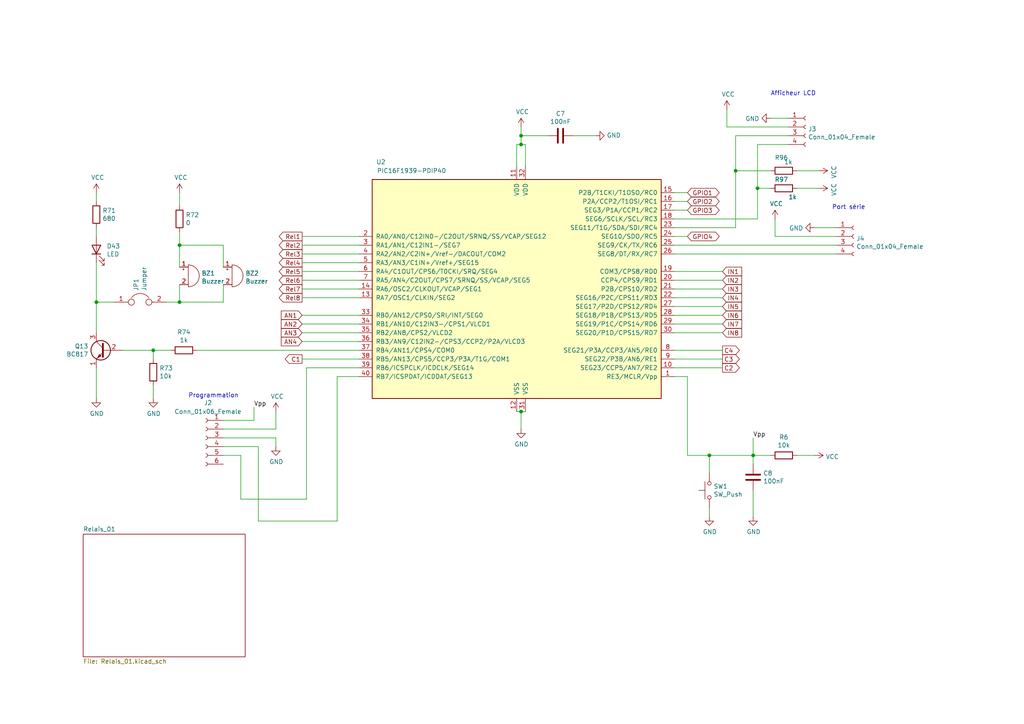
<source format=kicad_sch>
(kicad_sch (version 20211123) (generator eeschema)
  (paper "A4")
  (lib_symbols
    (symbol "Connector:Conn_01x04_Female" (pin_names (offset 1.016) hide)
      (property "Reference" "J" (at 0 5.08 0))
      (property "Value" "Conn_01x04_Female" (at 0 -7.62 0))
      (symbol "Conn_01x04_Female_1_1"
        (arc (start 0 -4.572) (mid -0.508 -5.08) (end 0 -5.588) (stroke (width 0.1524)))
        (arc (start 0 -2.032) (mid -0.508 -2.54) (end 0 -3.048) (stroke (width 0.1524)))
        (polyline (pts (xy -1.27 -5.08) (xy -0.508 -5.08)) (stroke (width 0.1524)))
        (polyline (pts (xy -1.27 -2.54) (xy -0.508 -2.54)) (stroke (width 0.1524)))
        (polyline (pts (xy -1.27 0) (xy -0.508 0)) (stroke (width 0.1524)))
        (polyline (pts (xy -1.27 2.54) (xy -0.508 2.54)) (stroke (width 0.1524)))
        (arc (start 0 0.508) (mid -0.508 0) (end 0 -0.508) (stroke (width 0.1524)))
        (arc (start 0 3.048) (mid -0.508 2.54) (end 0 2.032) (stroke (width 0.1524)))
        (pin passive line (at -5.08 2.54 0) (length 3.81) (name "Pin_1") (number "1"))
        (pin passive line (at -5.08 0 0) (length 3.81) (name "Pin_2") (number "2"))
        (pin passive line (at -5.08 -2.54 0) (length 3.81) (name "Pin_3") (number "3"))
        (pin passive line (at -5.08 -5.08 0) (length 3.81) (name "Pin_4") (number "4"))
      )
    )
    (symbol "Connector:Conn_01x06_Female" (pin_names (offset 1.016) hide)
      (property "Reference" "J" (at 0 7.62 0))
      (property "Value" "Conn_01x06_Female" (at 0 -10.16 0))
      (symbol "Conn_01x06_Female_1_1"
        (arc (start 0 -7.112) (mid -0.508 -7.62) (end 0 -8.128) (stroke (width 0.1524)))
        (arc (start 0 -4.572) (mid -0.508 -5.08) (end 0 -5.588) (stroke (width 0.1524)))
        (arc (start 0 -2.032) (mid -0.508 -2.54) (end 0 -3.048) (stroke (width 0.1524)))
        (polyline (pts (xy -1.27 -7.62) (xy -0.508 -7.62)) (stroke (width 0.1524)))
        (polyline (pts (xy -1.27 -5.08) (xy -0.508 -5.08)) (stroke (width 0.1524)))
        (polyline (pts (xy -1.27 -2.54) (xy -0.508 -2.54)) (stroke (width 0.1524)))
        (polyline (pts (xy -1.27 0) (xy -0.508 0)) (stroke (width 0.1524)))
        (polyline (pts (xy -1.27 2.54) (xy -0.508 2.54)) (stroke (width 0.1524)))
        (polyline (pts (xy -1.27 5.08) (xy -0.508 5.08)) (stroke (width 0.1524)))
        (arc (start 0 0.508) (mid -0.508 0) (end 0 -0.508) (stroke (width 0.1524)))
        (arc (start 0 3.048) (mid -0.508 2.54) (end 0 2.032) (stroke (width 0.1524)))
        (arc (start 0 5.588) (mid -0.508 5.08) (end 0 4.572) (stroke (width 0.1524)))
        (pin passive line (at -5.08 5.08 0) (length 3.81) (name "Pin_1") (number "1"))
        (pin passive line (at -5.08 2.54 0) (length 3.81) (name "Pin_2") (number "2"))
        (pin passive line (at -5.08 0 0) (length 3.81) (name "Pin_3") (number "3"))
        (pin passive line (at -5.08 -2.54 0) (length 3.81) (name "Pin_4") (number "4"))
        (pin passive line (at -5.08 -5.08 0) (length 3.81) (name "Pin_5") (number "5"))
        (pin passive line (at -5.08 -7.62 0) (length 3.81) (name "Pin_6") (number "6"))
      )
    )
    (symbol "Device:Buzzer" (pin_names (offset 0.0254) hide)
      (property "Reference" "BZ" (at 3.81 1.27 0))
      (property "Value" "Buzzer" (at 3.81 -1.27 0))
      (symbol "Buzzer_0_1"
        (arc (start 0 -3.175) (mid 3.175 0) (end 0 3.175))
        (polyline (pts (xy -1.651 1.905) (xy -1.143 1.905)))
        (polyline (pts (xy -1.397 2.159) (xy -1.397 1.651)))
        (polyline (pts (xy 0 3.175) (xy 0 -3.175)))
      )
      (symbol "Buzzer_1_1"
        (pin passive line (at -2.54 2.54 0) (length 2.54) (name "-") (number "1"))
        (pin passive line (at -2.54 -2.54 0) (length 2.54) (name "+") (number "2"))
      )
    )
    (symbol "Device:C" (pin_numbers hide) (pin_names (offset 0.254))
      (property "Reference" "C" (at 0.635 2.54 0))
      (property "Value" "C" (at 0.635 -2.54 0))
      (symbol "C_0_1"
        (polyline (pts (xy -2.032 -0.762) (xy 2.032 -0.762)) (stroke (width 0.508)))
        (polyline (pts (xy -2.032 0.762) (xy 2.032 0.762)) (stroke (width 0.508)))
      )
      (symbol "C_1_1"
        (pin passive line (at 0 3.81 270) (length 2.794) (name "~") (number "1"))
        (pin passive line (at 0 -3.81 90) (length 2.794) (name "~") (number "2"))
      )
    )
    (symbol "Device:Jumper" (pin_names (offset 0.762) hide)
      (property "Reference" "JP" (at 0 3.81 0))
      (property "Value" "Device_Jumper" (at 0 -2.032 0))
      (symbol "Jumper_0_1"
        (circle (center -2.54 0) (radius 0.889))
        (arc (start 2.5146 1.27) (mid 0.0127 2.5097) (end -2.4892 1.27))
        (circle (center 2.54 0) (radius 0.889))
        (pin passive line (at -7.62 0 0) (length 4.191) (name "1") (number "1"))
        (pin passive line (at 7.62 0 180) (length 4.191) (name "2") (number "2"))
      )
    )
    (symbol "Device:LED" (pin_numbers hide) (pin_names (offset 1.016) hide)
      (property "Reference" "D" (at 0 2.54 0))
      (property "Value" "LED" (at 0 -2.54 0))
      (symbol "LED_0_1"
        (polyline (pts (xy -1.27 -1.27) (xy -1.27 1.27)) (stroke (width 0.254)))
        (polyline (pts (xy -1.27 0) (xy 1.27 0)))
        (polyline (pts (xy 1.27 -1.27) (xy 1.27 1.27) (xy -1.27 0) (xy 1.27 -1.27)) (stroke (width 0.254)))
        (polyline (pts (xy -3.048 -0.762) (xy -4.572 -2.286) (xy -3.81 -2.286) (xy -4.572 -2.286) (xy -4.572 -1.524)))
        (polyline (pts (xy -1.778 -0.762) (xy -3.302 -2.286) (xy -2.54 -2.286) (xy -3.302 -2.286) (xy -3.302 -1.524)))
      )
      (symbol "LED_1_1"
        (pin passive line (at -3.81 0 0) (length 2.54) (name "K") (number "1"))
        (pin passive line (at 3.81 0 180) (length 2.54) (name "A") (number "2"))
      )
    )
    (symbol "Device:R" (pin_numbers hide) (pin_names (offset 0))
      (property "Reference" "R" (at 2.032 0 90))
      (property "Value" "R" (at 0 0 90))
      (symbol "R_0_1"
        (rectangle (start -1.016 -2.54) (end 1.016 2.54) (stroke (width 0.254)))
      )
      (symbol "R_1_1"
        (pin passive line (at 0 3.81 270) (length 1.27) (name "~") (number "1"))
        (pin passive line (at 0 -3.81 90) (length 1.27) (name "~") (number "2"))
      )
    )
    (symbol "Microchip_PIC_perso:PIC16F1939-PDIP40" (pin_names (offset 1.016))
      (property "Reference" "U" (at -41.91 35.56 0))
      (property "Value" "Microchip_PIC_perso_PIC16F1939-PDIP40" (at -41.91 33.02 0))
      (symbol "PIC16F1939-PDIP40_0_1"
        (rectangle (start -41.91 31.75) (end 41.91 -31.75) (stroke (width 0.254)) (fill (type background)))
      )
      (symbol "PIC16F1939-PDIP40_1_1"
        (pin bidirectional line (at 45.72 -25.4 180) (length 3.81) (name "RE3/MCLR/Vpp") (number "1"))
        (pin bidirectional line (at 45.72 -22.86 180) (length 3.81) (name "SEG23/CCP5/AN7/RE2") (number "10"))
        (pin power_in line (at 0 35.56 270) (length 3.81) (name "VDD") (number "11"))
        (pin power_in line (at 0 -35.56 90) (length 3.81) (name "VSS") (number "12"))
        (pin bidirectional line (at -45.72 -2.54 0) (length 3.81) (name "RA7/OSC1/CLKIN/SEG2") (number "13"))
        (pin bidirectional line (at -45.72 0 0) (length 3.81) (name "RA6/OSC2/CLKOUT/VCAP/SEG1") (number "14"))
        (pin bidirectional line (at 45.72 27.94 180) (length 3.81) (name "P2B/T1CKI/T1OSO/RC0") (number "15"))
        (pin bidirectional line (at 45.72 25.4 180) (length 3.81) (name "P2A/CCP2/T1OSI/RC1") (number "16"))
        (pin bidirectional line (at 45.72 22.86 180) (length 3.81) (name "SEG3/P1A/CCP1/RC2") (number "17"))
        (pin bidirectional line (at 45.72 20.32 180) (length 3.81) (name "SEG6/SCLK/SCL/RC3") (number "18"))
        (pin bidirectional line (at 45.72 5.08 180) (length 3.81) (name "COM3/CPS8/RD0") (number "19"))
        (pin bidirectional line (at -45.72 15.24 0) (length 3.81) (name "RA0/AN0/C12IN0-/C2OUT/SRNQ/SS/VCAP/SEG12") (number "2"))
        (pin bidirectional line (at 45.72 2.54 180) (length 3.81) (name "CCP4/CPS9/RD1") (number "20"))
        (pin bidirectional line (at 45.72 0 180) (length 3.81) (name "P2B/CPS10/RD2") (number "21"))
        (pin bidirectional line (at 45.72 -2.54 180) (length 3.81) (name "SEG16/P2C/CPS11/RD3") (number "22"))
        (pin bidirectional line (at 45.72 17.78 180) (length 3.81) (name "SEG11/T1G/SDA/SDI/RC4") (number "23"))
        (pin bidirectional line (at 45.72 15.24 180) (length 3.81) (name "SEG10/SDO/RC5") (number "24"))
        (pin bidirectional line (at 45.72 12.7 180) (length 3.81) (name "SEG9/CK/TX/RC6") (number "25"))
        (pin bidirectional line (at 45.72 10.16 180) (length 3.81) (name "SEG8/DT/RX/RC7") (number "26"))
        (pin bidirectional line (at 45.72 -5.08 180) (length 3.81) (name "SEG17/P2D/CPS12/RD4") (number "27"))
        (pin bidirectional line (at 45.72 -7.62 180) (length 3.81) (name "SEG18/P1B/CPS13/RD5") (number "28"))
        (pin bidirectional line (at 45.72 -10.16 180) (length 3.81) (name "SEG19/P1C/CPS14/RD6") (number "29"))
        (pin bidirectional line (at -45.72 12.7 0) (length 3.81) (name "RA1/AN1/C12IN1-/SEG7") (number "3"))
        (pin bidirectional line (at 45.72 -12.7 180) (length 3.81) (name "SEG20/P1D/CPS15/RD7") (number "30"))
        (pin power_in line (at 2.54 -35.56 90) (length 3.81) (name "VSS") (number "31"))
        (pin power_in line (at 2.54 35.56 270) (length 3.81) (name "VDD") (number "32"))
        (pin bidirectional line (at -45.72 -7.62 0) (length 3.81) (name "RB0/AN12/CPS0/SRI/INT/SEG0") (number "33"))
        (pin bidirectional line (at -45.72 -10.16 0) (length 3.81) (name "RB1/AN10/C12IN3-/CPS1/VLCD1") (number "34"))
        (pin bidirectional line (at -45.72 -12.7 0) (length 3.81) (name "RB2/AN8/CPS2/VLCD2") (number "35"))
        (pin bidirectional line (at -45.72 -15.24 0) (length 3.81) (name "RB3/AN9/C12IN2-/CPS3/CCP2/P2A/VLCD3") (number "36"))
        (pin bidirectional line (at -45.72 -17.78 0) (length 3.81) (name "RB4/AN11/CPS4/COM0") (number "37"))
        (pin bidirectional line (at -45.72 -20.32 0) (length 3.81) (name "RB5/AN13/CPS5/CCP3/P3A/T1G/COM1") (number "38"))
        (pin bidirectional line (at -45.72 -22.86 0) (length 3.81) (name "RB6/ICSPCLK/ICDCLK/SEG14") (number "39"))
        (pin bidirectional line (at -45.72 10.16 0) (length 3.81) (name "RA2/AN2/C2IN+/Vref-/DACOUT/COM2") (number "4"))
        (pin bidirectional line (at -45.72 -25.4 0) (length 3.81) (name "RB7/ICSPDAT/ICDDAT/SEG13") (number "40"))
        (pin bidirectional line (at -45.72 7.62 0) (length 3.81) (name "RA3/AN3/C1IN+/Vref+/SEG15") (number "5"))
        (pin bidirectional line (at -45.72 5.08 0) (length 3.81) (name "RA4/C1OUT/CPS6/T0CKI/SRQ/SEG4") (number "6"))
        (pin bidirectional line (at -45.72 2.54 0) (length 3.81) (name "RA5/AN4/C2OUT/CPS7/SRNQ/SS/VCAP/SEG5") (number "7"))
        (pin bidirectional line (at 45.72 -17.78 180) (length 3.81) (name "SEG21/P3A/CCP3/AN5/RE0") (number "8"))
        (pin bidirectional line (at 45.72 -20.32 180) (length 3.81) (name "SEG22/P3B/AN6/RE1") (number "9"))
      )
    )
    (symbol "Switch:SW_Push" (pin_numbers hide) (pin_names (offset 1.016) hide)
      (property "Reference" "SW" (at 1.27 2.54 0))
      (property "Value" "SW_Push" (at 0 -1.524 0))
      (symbol "SW_Push_0_1"
        (circle (center -2.032 0) (radius 0.508))
        (polyline (pts (xy 0 1.27) (xy 0 3.048)))
        (polyline (pts (xy 2.54 1.27) (xy -2.54 1.27)))
        (circle (center 2.032 0) (radius 0.508))
        (pin passive line (at -5.08 0 0) (length 2.54) (name "1") (number "1"))
        (pin passive line (at 5.08 0 180) (length 2.54) (name "2") (number "2"))
      )
    )
    (symbol "Transistor_BJT:PN2222A" (pin_names (offset 0) hide)
      (property "Reference" "Q" (at 5.08 1.905 0))
      (property "Value" "PN2222A" (at 5.08 0 0))
      (symbol "PN2222A_0_1"
        (polyline (pts (xy 0 0) (xy 0.635 0)))
        (polyline (pts (xy 2.54 -2.54) (xy 0.635 -0.635)))
        (polyline (pts (xy 2.54 2.54) (xy 0.635 0.635)))
        (polyline (pts (xy 0.635 1.905) (xy 0.635 -1.905) (xy 0.635 -1.905)) (stroke (width 0.508)))
        (polyline (pts (xy 2.413 -2.413) (xy 1.905 -1.905) (xy 1.905 -1.905)))
        (polyline (pts (xy 1.143 -1.651) (xy 1.651 -1.143) (xy 2.159 -2.159) (xy 1.143 -1.651) (xy 1.143 -1.651)) (fill (type outline)))
        (circle (center 1.27 0) (radius 2.8194) (stroke (width 0.254)))
      )
      (symbol "PN2222A_1_1"
        (pin passive line (at 2.54 -5.08 90) (length 2.54) (name "E") (number "1"))
        (pin input line (at -5.08 0 0) (length 5.08) (name "B") (number "2"))
        (pin passive line (at 2.54 5.08 270) (length 2.54) (name "C") (number "3"))
      )
    )
    (symbol "power:GND" (power) (pin_names (offset 0))
      (property "Value" "GND" (at 0 -3.81 0))
      (symbol "GND_0_1"
        (polyline (pts (xy 0 0) (xy 0 -1.27) (xy 1.27 -1.27) (xy 0 -2.54) (xy -1.27 -1.27) (xy 0 -1.27)))
      )
      (symbol "GND_1_1"
        (pin power_in line (at 0 0 270) (length 0) hide (name "GND") (number "1"))
      )
    )
    (symbol "power:VCC" (power) (pin_names (offset 0))
      (property "Value" "VCC" (at 0 3.81 0))
      (symbol "VCC_0_1"
        (polyline (pts (xy -0.762 1.27) (xy 0 2.54)))
        (polyline (pts (xy 0 0) (xy 0 2.54)))
        (polyline (pts (xy 0 2.54) (xy 0.762 1.27)))
      )
      (symbol "VCC_1_1"
        (pin power_in line (at 0 0 90) (length 0) hide (name "VCC") (number "1"))
      )
    )
  )
  (junction (at 52.07 71.12))
  (junction (at 213.36 49.53))
  (junction (at 151.13 119.38))
  (junction (at 52.07 87.63))
  (junction (at 27.94 87.63))
  (junction (at 44.45 101.6))
  (junction (at 151.13 39.37))
  (junction (at 219.71 54.61))
  (junction (at 218.44 132.08))
  (junction (at 151.13 41.91))
  (junction (at 205.74 132.08))
  (wire (pts (xy 64.77 77.47) (xy 64.77 71.12)))
  (wire (pts (xy 87.63 78.74) (xy 104.14 78.74)))
  (wire (pts (xy 33.02 87.63) (xy 27.94 87.63)))
  (wire (pts (xy 209.55 78.74) (xy 195.58 78.74)))
  (wire (pts (xy 44.45 101.6) (xy 49.53 101.6)))
  (wire (pts (xy 224.79 68.58) (xy 242.57 68.58)))
  (wire (pts (xy 224.79 63.5) (xy 224.79 68.58)))
  (wire (pts (xy 195.58 109.22) (xy 199.39 109.22)))
  (wire (pts (xy 231.14 54.61) (xy 237.49 54.61)))
  (wire (pts (xy 64.77 127) (xy 80.01 127)))
  (wire (pts (xy 64.77 71.12) (xy 52.07 71.12)))
  (wire (pts (xy 97.79 109.22) (xy 104.14 109.22)))
  (wire (pts (xy 149.86 41.91) (xy 151.13 41.91)))
  (wire (pts (xy 57.15 101.6) (xy 104.14 101.6)))
  (wire (pts (xy 209.55 81.28) (xy 195.58 81.28)))
  (wire (pts (xy 209.55 88.9) (xy 195.58 88.9)))
  (wire (pts (xy 213.36 49.53) (xy 213.36 66.04)))
  (wire (pts (xy 149.86 48.26) (xy 149.86 41.91)))
  (wire (pts (xy 219.71 54.61) (xy 223.52 54.61)))
  (wire (pts (xy 151.13 39.37) (xy 151.13 41.91)))
  (wire (pts (xy 151.13 36.83) (xy 151.13 39.37)))
  (wire (pts (xy 236.22 66.04) (xy 242.57 66.04)))
  (wire (pts (xy 27.94 106.68) (xy 27.94 115.57)))
  (wire (pts (xy 44.45 111.76) (xy 44.45 115.57)))
  (wire (pts (xy 87.63 86.36) (xy 104.14 86.36)))
  (wire (pts (xy 151.13 119.38) (xy 151.13 124.46)))
  (wire (pts (xy 209.55 91.44) (xy 195.58 91.44)))
  (wire (pts (xy 199.39 60.96) (xy 195.58 60.96)))
  (wire (pts (xy 209.55 93.98) (xy 195.58 93.98)))
  (wire (pts (xy 209.55 104.14) (xy 195.58 104.14)))
  (wire (pts (xy 69.85 132.08) (xy 69.85 144.78)))
  (wire (pts (xy 205.74 147.32) (xy 205.74 149.86)))
  (wire (pts (xy 195.58 63.5) (xy 219.71 63.5)))
  (wire (pts (xy 52.07 71.12) (xy 52.07 77.47)))
  (wire (pts (xy 88.9 106.68) (xy 104.14 106.68)))
  (wire (pts (xy 158.75 39.37) (xy 151.13 39.37)))
  (wire (pts (xy 104.14 104.14) (xy 87.63 104.14)))
  (wire (pts (xy 88.9 144.78) (xy 88.9 106.68)))
  (wire (pts (xy 151.13 41.91) (xy 152.4 41.91)))
  (wire (pts (xy 219.71 54.61) (xy 219.71 41.91)))
  (wire (pts (xy 218.44 127) (xy 218.44 132.08)))
  (wire (pts (xy 87.63 96.52) (xy 104.14 96.52)))
  (wire (pts (xy 104.14 73.66) (xy 87.63 73.66)))
  (wire (pts (xy 199.39 109.22) (xy 199.39 132.08)))
  (wire (pts (xy 64.77 129.54) (xy 74.93 129.54)))
  (wire (pts (xy 209.55 83.82) (xy 195.58 83.82)))
  (wire (pts (xy 199.39 58.42) (xy 195.58 58.42)))
  (wire (pts (xy 149.86 119.38) (xy 151.13 119.38)))
  (wire (pts (xy 218.44 132.08) (xy 223.52 132.08)))
  (wire (pts (xy 209.55 101.6) (xy 195.58 101.6)))
  (wire (pts (xy 218.44 142.24) (xy 218.44 149.86)))
  (wire (pts (xy 209.55 106.68) (xy 195.58 106.68)))
  (wire (pts (xy 74.93 129.54) (xy 74.93 151.13)))
  (wire (pts (xy 52.07 55.88) (xy 52.07 59.69)))
  (wire (pts (xy 104.14 71.12) (xy 87.63 71.12)))
  (wire (pts (xy 73.66 118.11) (xy 73.66 121.92)))
  (wire (pts (xy 210.82 36.83) (xy 228.6 36.83)))
  (wire (pts (xy 35.56 101.6) (xy 44.45 101.6)))
  (wire (pts (xy 97.79 151.13) (xy 97.79 109.22)))
  (wire (pts (xy 199.39 55.88) (xy 195.58 55.88)))
  (wire (pts (xy 52.07 87.63) (xy 64.77 87.63)))
  (wire (pts (xy 213.36 49.53) (xy 223.52 49.53)))
  (wire (pts (xy 87.63 83.82) (xy 104.14 83.82)))
  (wire (pts (xy 223.52 34.29) (xy 228.6 34.29)))
  (wire (pts (xy 151.13 119.38) (xy 152.4 119.38)))
  (wire (pts (xy 27.94 76.2) (xy 27.94 87.63)))
  (wire (pts (xy 166.37 39.37) (xy 172.72 39.37)))
  (wire (pts (xy 44.45 104.14) (xy 44.45 101.6)))
  (wire (pts (xy 64.77 82.55) (xy 64.77 87.63)))
  (wire (pts (xy 87.63 91.44) (xy 104.14 91.44)))
  (wire (pts (xy 74.93 151.13) (xy 97.79 151.13)))
  (wire (pts (xy 87.63 99.06) (xy 104.14 99.06)))
  (wire (pts (xy 104.14 68.58) (xy 87.63 68.58)))
  (wire (pts (xy 199.39 68.58) (xy 195.58 68.58)))
  (wire (pts (xy 213.36 39.37) (xy 228.6 39.37)))
  (wire (pts (xy 87.63 81.28) (xy 104.14 81.28)))
  (wire (pts (xy 80.01 127) (xy 80.01 129.54)))
  (wire (pts (xy 152.4 41.91) (xy 152.4 48.26)))
  (wire (pts (xy 195.58 71.12) (xy 242.57 71.12)))
  (wire (pts (xy 209.55 96.52) (xy 195.58 96.52)))
  (wire (pts (xy 209.55 86.36) (xy 195.58 86.36)))
  (wire (pts (xy 48.26 87.63) (xy 52.07 87.63)))
  (wire (pts (xy 64.77 121.92) (xy 73.66 121.92)))
  (wire (pts (xy 219.71 41.91) (xy 228.6 41.91)))
  (wire (pts (xy 80.01 119.38) (xy 80.01 124.46)))
  (wire (pts (xy 213.36 49.53) (xy 213.36 39.37)))
  (wire (pts (xy 27.94 55.88) (xy 27.94 58.42)))
  (wire (pts (xy 236.22 132.08) (xy 231.14 132.08)))
  (wire (pts (xy 199.39 132.08) (xy 205.74 132.08)))
  (wire (pts (xy 87.63 93.98) (xy 104.14 93.98)))
  (wire (pts (xy 64.77 132.08) (xy 69.85 132.08)))
  (wire (pts (xy 231.14 49.53) (xy 237.49 49.53)))
  (wire (pts (xy 195.58 66.04) (xy 213.36 66.04)))
  (wire (pts (xy 205.74 137.16) (xy 205.74 132.08)))
  (wire (pts (xy 219.71 63.5) (xy 219.71 54.61)))
  (wire (pts (xy 210.82 31.75) (xy 210.82 36.83)))
  (wire (pts (xy 27.94 87.63) (xy 27.94 96.52)))
  (wire (pts (xy 64.77 124.46) (xy 80.01 124.46)))
  (wire (pts (xy 52.07 67.31) (xy 52.07 71.12)))
  (wire (pts (xy 218.44 132.08) (xy 218.44 134.62)))
  (wire (pts (xy 27.94 66.04) (xy 27.94 68.58)))
  (wire (pts (xy 205.74 132.08) (xy 218.44 132.08)))
  (wire (pts (xy 195.58 73.66) (xy 242.57 73.66)))
  (wire (pts (xy 69.85 144.78) (xy 88.9 144.78)))
  (wire (pts (xy 87.63 76.2) (xy 104.14 76.2)))
  (wire (pts (xy 52.07 82.55) (xy 52.07 87.63)))
  (text "Afficheur LCD" (at 223.52 27.94 0) (effects (font (size 1.27 1.27)) (justify left bottom)))
  (text "Port série" (at 241.3 60.96 0) (effects (font (size 1.27 1.27)) (justify left bottom)))
  (text "Programmation" (at 54.61 115.57 0) (effects (font (size 1.27 1.27)) (justify left bottom)))
  (label "Vpp" (at 73.66 118.11 0))
  (label "Vpp" (at 218.44 127 0))
  (global_label "C1" (shape output) (at 87.63 104.14 180) (property "Intersheet References" "${INTERSHEET_REFS}" (effects hide)))
  (global_label "AN3" (shape input) (at 87.63 96.52 180) (property "Intersheet References" "${INTERSHEET_REFS}" (effects hide)))
  (global_label "GPIO3" (shape bidirectional) (at 199.39 60.96 0) (property "Intersheet References" "${INTERSHEET_REFS}" (effects hide)))
  (global_label "AN1" (shape input) (at 87.63 91.44 180) (property "Intersheet References" "${INTERSHEET_REFS}" (effects hide)))
  (global_label "IN1" (shape input) (at 209.55 78.74 0) (property "Intersheet References" "${INTERSHEET_REFS}" (effects hide)))
  (global_label "GPIO2" (shape bidirectional) (at 199.39 58.42 0) (property "Intersheet References" "${INTERSHEET_REFS}" (effects hide)))
  (global_label "IN8" (shape input) (at 209.55 96.52 0) (property "Intersheet References" "${INTERSHEET_REFS}" (effects hide)))
  (global_label "Rel6" (shape output) (at 87.63 81.28 180) (property "Intersheet References" "${INTERSHEET_REFS}" (effects hide)))
  (global_label "IN3" (shape input) (at 209.55 83.82 0) (property "Intersheet References" "${INTERSHEET_REFS}" (effects hide)))
  (global_label "Rel3" (shape output) (at 87.63 73.66 180) (property "Intersheet References" "${INTERSHEET_REFS}" (effects hide)))
  (global_label "Rel7" (shape output) (at 87.63 83.82 180) (property "Intersheet References" "${INTERSHEET_REFS}" (effects hide)))
  (global_label "AN4" (shape input) (at 87.63 99.06 180) (property "Intersheet References" "${INTERSHEET_REFS}" (effects hide)))
  (global_label "IN7" (shape input) (at 209.55 93.98 0) (property "Intersheet References" "${INTERSHEET_REFS}" (effects hide)))
  (global_label "GPIO4" (shape bidirectional) (at 199.39 68.58 0) (property "Intersheet References" "${INTERSHEET_REFS}" (effects hide)))
  (global_label "Rel1" (shape output) (at 87.63 68.58 180) (property "Intersheet References" "${INTERSHEET_REFS}" (effects hide)))
  (global_label "C3" (shape output) (at 209.55 104.14 0) (property "Intersheet References" "${INTERSHEET_REFS}" (effects hide)))
  (global_label "IN5" (shape input) (at 209.55 88.9 0) (property "Intersheet References" "${INTERSHEET_REFS}" (effects hide)))
  (global_label "Rel2" (shape output) (at 87.63 71.12 180) (property "Intersheet References" "${INTERSHEET_REFS}" (effects hide)))
  (global_label "IN4" (shape input) (at 209.55 86.36 0) (property "Intersheet References" "${INTERSHEET_REFS}" (effects hide)))
  (global_label "IN2" (shape input) (at 209.55 81.28 0) (property "Intersheet References" "${INTERSHEET_REFS}" (effects hide)))
  (global_label "Rel5" (shape output) (at 87.63 78.74 180) (property "Intersheet References" "${INTERSHEET_REFS}" (effects hide)))
  (global_label "IN6" (shape input) (at 209.55 91.44 0) (property "Intersheet References" "${INTERSHEET_REFS}" (effects hide)))
  (global_label "AN2" (shape input) (at 87.63 93.98 180) (property "Intersheet References" "${INTERSHEET_REFS}" (effects hide)))
  (global_label "C4" (shape output) (at 209.55 101.6 0) (property "Intersheet References" "${INTERSHEET_REFS}" (effects hide)))
  (global_label "Rel8" (shape output) (at 87.63 86.36 180) (property "Intersheet References" "${INTERSHEET_REFS}" (effects hide)))
  (global_label "C2" (shape output) (at 209.55 106.68 0) (property "Intersheet References" "${INTERSHEET_REFS}" (effects hide)))
  (global_label "GPIO1" (shape bidirectional) (at 199.39 55.88 0) (property "Intersheet References" "${INTERSHEET_REFS}" (effects hide)))
  (global_label "Rel4" (shape output) (at 87.63 76.2 180) (property "Intersheet References" "${INTERSHEET_REFS}" (effects hide)))
  (symbol (lib_id "Transistor_BJT:PN2222A") (at 30.48 101.6 0) (mirror y) (unit 1)
    (property "Reference" "Q13" (at 25.6286 100.4316 0) (effects (justify left)))
    (property "Value" "BC817" (at 25.6286 102.743 0) (effects (justify left)))
    (property "Footprint" "Package_TO_SOT_THT:TO-92_Inline" (effects hide))
    (property "Datasheet" "https://www.onsemi.com/pub/Collateral/PN2222-D.PDF" (effects hide))
  )
  (symbol (lib_id "Device:R") (at 44.45 107.95 0) (unit 1)
    (property "Reference" "R73" (at 46.228 106.7816 0) (effects (justify left)))
    (property "Value" "10k" (at 46.228 109.093 0) (effects (justify left)))
    (property "Footprint" "Resistor_SMD:R_0805_2012Metric_Pad1.20x1.40mm_HandSolder" (effects hide))
  )
  (symbol (lib_id "Device:R") (at 53.34 101.6 90) (unit 1)
    (property "Reference" "R74" (at 53.34 96.3422 90))
    (property "Value" "1k" (at 53.34 98.6536 90))
    (property "Footprint" "Resistor_SMD:R_0805_2012Metric_Pad1.20x1.40mm_HandSolder" (effects hide))
  )
  (symbol (lib_id "power:GND") (at 44.45 115.57 0) (unit 1)
    (property "Reference" "#PWR0107" (effects hide))
    (property "Value" "GND" (at 44.577 119.9642 0))
  )
  (symbol (lib_id "power:GND") (at 27.94 115.57 0) (unit 1)
    (property "Reference" "#PWR0105" (effects hide))
    (property "Value" "GND" (at 28.067 119.9642 0))
  )
  (symbol (lib_id "Device:R") (at 27.94 62.23 0) (unit 1)
    (property "Reference" "R71" (at 29.718 61.0616 0) (effects (justify left)))
    (property "Value" "680" (at 29.718 63.373 0) (effects (justify left)))
    (property "Footprint" "Resistor_SMD:R_0805_2012Metric_Pad1.20x1.40mm_HandSolder" (effects hide))
  )
  (symbol (lib_id "power:VCC") (at 27.94 55.88 0) (unit 1)
    (property "Reference" "#PWR0104" (effects hide))
    (property "Value" "VCC" (at 28.321 51.4858 0))
  )
  (symbol (lib_id "Device:LED") (at 27.94 72.39 90) (unit 1)
    (property "Reference" "D43" (at 30.9372 71.3994 90) (effects (justify right)))
    (property "Value" "LED" (at 30.9372 73.7108 90) (effects (justify right)))
    (property "Footprint" "LED_SMD:LED_0805_2012Metric_Pad1.15x1.40mm_HandSolder" (effects hide))
  )
  (symbol (lib_id "Device:Buzzer") (at 54.61 80.01 0) (unit 1)
    (property "Reference" "BZ1" (at 58.4708 79.2734 0) (effects (justify left)))
    (property "Value" "Buzzer" (at 58.4708 81.5848 0) (effects (justify left)))
    (property "Footprint" "buzzer_perso:Buzzer_Mallory_AST1109MLTRQ" (effects hide))
  )
  (symbol (lib_id "power:VCC") (at 52.07 55.88 0) (unit 1)
    (property "Reference" "#PWR0106" (effects hide))
    (property "Value" "VCC" (at 52.451 51.4858 0))
  )
  (symbol (lib_id "Device:R") (at 52.07 63.5 0) (unit 1)
    (property "Reference" "R72" (at 53.848 62.3316 0) (effects (justify left)))
    (property "Value" "0" (at 53.848 64.643 0) (effects (justify left)))
    (property "Footprint" "Resistor_SMD:R_0805_2012Metric_Pad1.20x1.40mm_HandSolder" (effects hide))
  )
  (symbol (lib_id "Device:Jumper") (at 40.64 87.63 0) (unit 1)
    (property "Reference" "JP1" (at 39.4716 84.4042 90) (effects (justify left)))
    (property "Value" "Jumper" (at 41.783 84.4042 90) (effects (justify left)))
    (property "Footprint" "Connector_PinHeader_2.54mm:PinHeader_1x02_P2.54mm_Vertical" (effects hide))
  )
  (symbol (lib_id "Device:Buzzer") (at 67.31 80.01 0) (unit 1)
    (property "Reference" "BZ2" (at 71.1708 79.2734 0) (effects (justify left)))
    (property "Value" "Buzzer" (at 71.1708 81.5848 0) (effects (justify left)))
    (property "Footprint" "buzzer_perso:Buzzer_12x9.5RM7.6" (effects hide))
  )
  (symbol (lib_id "power:VCC") (at 151.13 36.83 0) (unit 1)
    (property "Reference" "#PWR017" (effects hide))
    (property "Value" "VCC" (at 151.511 32.4358 0))
  )
  (symbol (lib_id "power:GND") (at 151.13 124.46 0) (unit 1)
    (property "Reference" "#PWR018" (effects hide))
    (property "Value" "GND" (at 151.257 128.8542 0))
  )
  (symbol (lib_id "Device:R") (at 227.33 132.08 270) (unit 1)
    (property "Reference" "R6" (at 227.33 126.8222 90))
    (property "Value" "10k" (at 227.33 129.1336 90))
    (property "Footprint" "Resistor_SMD:R_0805_2012Metric_Pad1.20x1.40mm_HandSolder" (effects hide))
  )
  (symbol (lib_id "Device:C") (at 218.44 138.43 0) (unit 1)
    (property "Reference" "C8" (at 221.361 137.2616 0) (effects (justify left)))
    (property "Value" "100nF" (at 221.361 139.573 0) (effects (justify left)))
    (property "Footprint" "Resistor_SMD:R_0805_2012Metric_Pad1.20x1.40mm_HandSolder" (effects hide))
  )
  (symbol (lib_id "power:GND") (at 218.44 149.86 0) (unit 1)
    (property "Reference" "#PWR022" (effects hide))
    (property "Value" "GND" (at 218.567 154.2542 0))
  )
  (symbol (lib_id "power:VCC") (at 236.22 132.08 270) (unit 1)
    (property "Reference" "#PWR026" (effects hide))
    (property "Value" "VCC" (at 239.4712 132.461 90) (effects (justify left)))
  )
  (symbol (lib_id "power:VCC") (at 80.01 119.38 0) (unit 1)
    (property "Reference" "#PWR015" (effects hide))
    (property "Value" "VCC" (at 80.391 114.9858 0))
  )
  (symbol (lib_id "power:GND") (at 80.01 129.54 0) (unit 1)
    (property "Reference" "#PWR016" (effects hide))
    (property "Value" "GND" (at 80.137 133.9342 0))
  )
  (symbol (lib_id "Connector:Conn_01x04_Female") (at 233.68 36.83 0) (unit 1)
    (property "Reference" "J3" (at 234.3912 37.4396 0) (effects (justify left)))
    (property "Value" "Conn_01x04_Female" (at 234.3912 39.751 0) (effects (justify left)))
    (property "Footprint" "connectors:conn-4pts-P5mm" (effects hide))
  )
  (symbol (lib_id "power:VCC") (at 210.82 31.75 0) (unit 1)
    (property "Reference" "#PWR021" (effects hide))
    (property "Value" "VCC" (at 211.201 27.3558 0))
  )
  (symbol (lib_id "power:GND") (at 223.52 34.29 270) (unit 1)
    (property "Reference" "#PWR023" (effects hide))
    (property "Value" "GND" (at 220.2688 34.417 90) (effects (justify right)))
  )
  (symbol (lib_id "Connector:Conn_01x04_Female") (at 247.65 68.58 0) (unit 1)
    (property "Reference" "J4" (at 248.3612 69.1896 0) (effects (justify left)))
    (property "Value" "Conn_01x04_Female" (at 248.3612 71.501 0) (effects (justify left)))
    (property "Footprint" "connectors:conn-4pts-P5mm" (effects hide))
  )
  (symbol (lib_id "power:VCC") (at 224.79 63.5 0) (unit 1)
    (property "Reference" "#PWR024" (effects hide))
    (property "Value" "VCC" (at 225.171 59.1058 0))
  )
  (symbol (lib_id "power:GND") (at 236.22 66.04 270) (unit 1)
    (property "Reference" "#PWR025" (effects hide))
    (property "Value" "GND" (at 232.9688 66.167 90) (effects (justify right)))
  )
  (symbol (lib_id "Device:C") (at 162.56 39.37 270) (unit 1)
    (property "Reference" "C7" (at 162.56 32.9692 90))
    (property "Value" "100nF" (at 162.56 35.2806 90))
    (property "Footprint" "Resistor_SMD:R_0805_2012Metric_Pad1.20x1.40mm_HandSolder" (effects hide))
  )
  (symbol (lib_id "power:GND") (at 172.72 39.37 90) (unit 1)
    (property "Reference" "#PWR019" (effects hide))
    (property "Value" "GND" (at 175.9712 39.243 90) (effects (justify right)))
  )
  (symbol (lib_id "Switch:SW_Push") (at 205.74 142.24 90) (unit 1)
    (property "Reference" "SW1" (at 206.9592 141.0716 90) (effects (justify right)))
    (property "Value" "SW_Push" (at 206.9592 143.383 90) (effects (justify right)))
    (property "Footprint" "switches:SW_PUSH_6mm_H5mm" (effects hide))
  )
  (symbol (lib_id "power:GND") (at 205.74 149.86 0) (unit 1)
    (property "Reference" "#PWR020" (effects hide))
    (property "Value" "GND" (at 205.867 154.2542 0))
  )
  (symbol (lib_id "Microchip_PIC_perso:PIC16F1939-PDIP40") (at 149.86 83.82 0) (unit 1)
    (property "Reference" "U2" (at 110.49 46.99 0))
    (property "Value" "PIC16F1939-PDIP40" (at 119.38 49.53 0))
    (property "Footprint" "Package_DIP:DIP-40_W15.24mm_LongPads" (effects hide))
    (property "Datasheet" "http://ww1.microchip.com/downloads/en/DeviceDoc/41364E.pdf" (effects hide))
  )
  (symbol (lib_id "power:VCC") (at 237.49 54.61 270) (unit 1)
    (property "Reference" "#PWR0131" (effects hide))
    (property "Value" "VCC" (at 241.8842 54.991 0))
  )
  (symbol (lib_id "Device:R") (at 227.33 49.53 90) (unit 1)
    (property "Reference" "R96" (at 228.6 45.72 90) (effects (justify left)))
    (property "Value" "1k" (at 229.87 46.99 90) (effects (justify left)))
    (property "Footprint" "Resistor_SMD:R_0805_2012Metric_Pad1.20x1.40mm_HandSolder" (effects hide))
  )
  (symbol (lib_id "Connector:Conn_01x06_Female") (at 59.69 127 0) (mirror y) (unit 1)
    (property "Reference" "J2" (at 60.325 116.84 0))
    (property "Value" "Conn_01x06_Female" (at 60.325 119.38 0))
    (property "Footprint" "Connector_PinHeader_2.54mm:PinHeader_1x06_P2.54mm_Vertical" (effects hide))
  )
  (symbol (lib_id "power:VCC") (at 237.49 49.53 270) (unit 1)
    (property "Reference" "#PWR0130" (effects hide))
    (property "Value" "VCC" (at 241.8842 49.911 0))
  )
  (symbol (lib_id "Device:R") (at 227.33 54.61 90) (unit 1)
    (property "Reference" "R97" (at 228.6 52.07 90) (effects (justify left)))
    (property "Value" "1k" (at 231.14 57.15 90) (effects (justify left)))
    (property "Footprint" "Resistor_SMD:R_0805_2012Metric_Pad1.20x1.40mm_HandSolder" (effects hide))
  )
  (sheet (at 24.13 154.94) (size 46.99 35.56)
    (property "Sheet name" "Relais_01" (at 24.13 154.2284 0) (effects (justify left bottom)))
    (property "Sheet file" "Relais_01.kicad_sch" (at 24.13 191.0846 0) (effects (justify left top)))
  )
)
</source>
